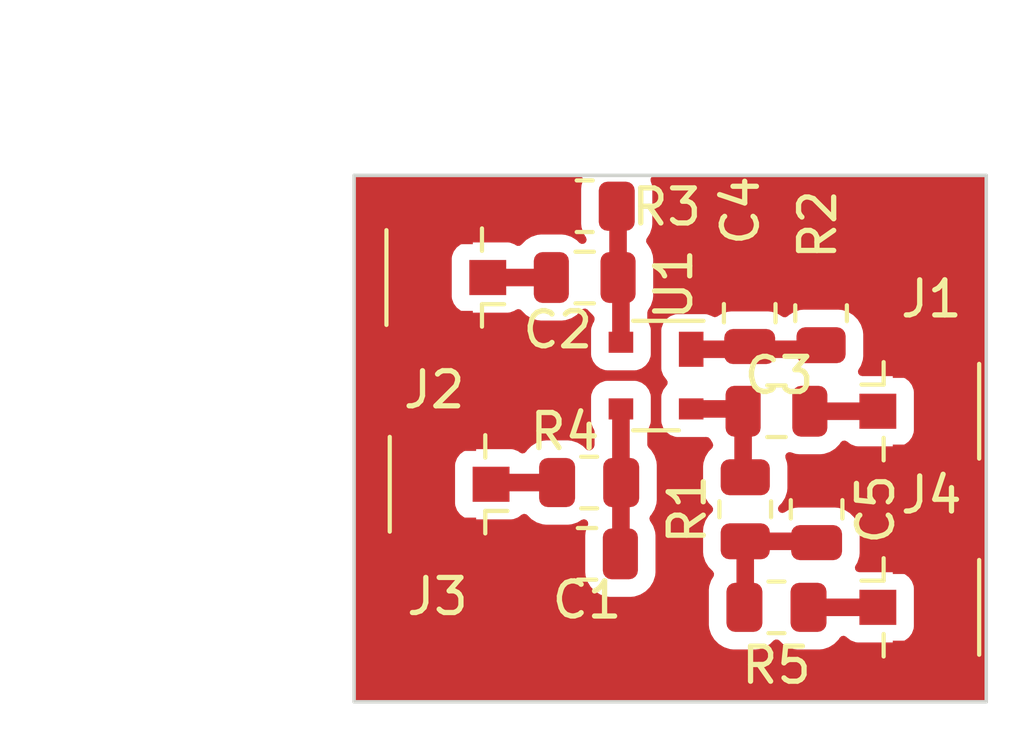
<source format=kicad_pcb>
(kicad_pcb (version 20221018) (generator pcbnew)
  (layers (0 "F.Cu" signal) (31 "B.Cu" signal) (34 "B.Paste" user) (35 "F.Paste" user) (36 "B.SilkS" user "B.Silkscreen") (37 "F.SilkS" user "F.Silkscreen") (38 "B.Mask" user) (39 "F.Mask" user) (44 "Edge.Cuts" user))
  (net 0 "")
  (net 1 "Earth")
  (net 2 "Net-(U1-G2)")
  (net 3 "/IN")
  (net 4 "Net-(U1-G1)")
  (net 5 "Net-(U1-D)")
  (net 6 "/OUT")
  (net 7 "Net-(U1-S)")
  (net 8 "Net-(C5-Pad2)")
  (net 9 "/AGC")
  (net 10 "/+5V")
  (footprint "Connector_Coaxial:U.FL_Hirose_U.FL-R-SMT-1_Vertical" (layer "F.Cu") (at 84.963 51.308)
    (fp_text reference "J4" (at 0.475 -3.2) (layer "F.SilkS"))
    (fp_text value "Conn_Coaxial")
    (fp_line (start -0.885 -1.4) (end -0.885 -0.76) (stroke (width 0.12)) (layer "F.SilkS"))
    (fp_line (start -0.885 -0.76) (end -1.515 -0.76) (stroke (width 0.12)) (layer "F.SilkS"))
    (fp_line (start -0.885 1.4) (end -0.885 0.76) (stroke (width 0.12)) (layer "F.SilkS"))
    (fp_line (start 1.835 -1.35) (end 1.835 1.35) (stroke (width 0.12)) (layer "F.SilkS"))
    (pad "1" smd rect (at -1.05 0) (size 1.05 1) (layers "F.Cu" "F.Paste" "F.Mask") (net 10 "/+5V"))
    (pad "2" smd rect (at 0.475 -1.475) (size 2.2 1.05) (layers "F.Cu" "F.Paste" "F.Mask") (net 1 "Earth"))
    (pad "2" smd rect (at 0.475 1.475) (size 2.2 1.05) (layers "F.Cu" "F.Paste" "F.Mask") (net 1 "Earth"))
  )
  (footprint "Connector_Coaxial:U.FL_Hirose_U.FL-R-SMT-1_Vertical" (layer "F.Cu") (at 84.963 45.72)
    (fp_text reference "J1" (at 0.475 -3.2) (layer "F.SilkS"))
    (fp_text value "Conn_Coaxial" hide)
    (fp_line (start -0.885 -1.4) (end -0.885 -0.76) (stroke (width 0.12)) (layer "F.SilkS"))
    (fp_line (start -0.885 -0.76) (end -1.515 -0.76) (stroke (width 0.12)) (layer "F.SilkS"))
    (fp_line (start -0.885 1.4) (end -0.885 0.76) (stroke (width 0.12)) (layer "F.SilkS"))
    (fp_line (start 1.835 -1.35) (end 1.835 1.35) (stroke (width 0.12)) (layer "F.SilkS"))
    (pad "1" smd rect (at -1.05 0) (size 1.05 1) (layers "F.Cu" "F.Paste" "F.Mask") (net 6 "/OUT"))
    (pad "2" smd rect (at 0.475 -1.475) (size 2.2 1.05) (layers "F.Cu" "F.Paste" "F.Mask") (net 1 "Earth"))
    (pad "2" smd rect (at 0.475 1.475) (size 2.2 1.05) (layers "F.Cu" "F.Paste" "F.Mask") (net 1 "Earth"))
  )
  (footprint "Resistor_SMD:R_0805_2012Metric" (layer "F.Cu") (at 81.026 51.308 180)
    (fp_text reference "R5" (at 0 -1.65) (layer "F.SilkS"))
    (fp_text value "510")
    (fp_line (start -0.227064 -0.735) (end 0.227064 -0.735) (stroke (width 0.12)) (layer "F.SilkS"))
    (fp_line (start -0.227064 0.735) (end 0.227064 0.735) (stroke (width 0.12)) (layer "F.SilkS"))
    (pad "1" smd roundrect (at -0.9125 0 180) (size 1.025 1.4) (layers "F.Cu" "F.Paste" "F.Mask") (roundrect_rratio 0.243902439) (net 10 "/+5V"))
    (pad "2" smd roundrect (at 0.9125 0 180) (size 1.025 1.4) (layers "F.Cu" "F.Paste" "F.Mask") (roundrect_rratio 0.243902439) (net 8 "Net-(C5-Pad2)"))
  )
  (footprint "Package_TO_SOT_SMD:SOT-143R" (layer "F.Cu") (at 77.597 44.704 -90)
    (fp_text reference "U1" (at -2.604 -0.503 90) (layer "F.SilkS"))
    (fp_text value "BF998R")
    (fp_line (start -1.56 -1.35) (end -1.56 0.65) (stroke (width 0.12)) (layer "F.SilkS"))
    (fp_line (start 1.56 0.65) (end 1.56 -0.65) (stroke (width 0.12)) (layer "F.SilkS"))
    (pad "1" smd rect (at -0.75 -1 180) (size 0.7 1) (layers "F.Cu" "F.Paste" "F.Mask") (net 7 "Net-(U1-S)"))
    (pad "2" smd rect (at 0.95 -1 180) (size 0.7 0.6) (layers "F.Cu" "F.Paste" "F.Mask") (net 5 "Net-(U1-D)"))
    (pad "3" smd rect (at 0.95 1 180) (size 0.7 0.6) (layers "F.Cu" "F.Paste" "F.Mask") (net 2 "Net-(U1-G2)"))
    (pad "4" smd rect (at -0.95 1 180) (size 0.7 0.6) (layers "F.Cu" "F.Paste" "F.Mask") (net 4 "Net-(U1-G1)"))
  )
  (footprint "Resistor_SMD:R_0805_2012Metric" (layer "F.Cu") (at 82.296 42.926 90)
    (fp_text reference "R2" (at 2.526 -0.096 90) (layer "F.SilkS"))
    (fp_text value "221")
    (fp_line (start -0.227064 -0.735) (end 0.227064 -0.735) (stroke (width 0.12)) (layer "F.SilkS"))
    (fp_line (start -0.227064 0.735) (end 0.227064 0.735) (stroke (width 0.12)) (layer "F.SilkS"))
    (pad "1" smd roundrect (at -0.9125 0 90) (size 1.025 1.4) (layers "F.Cu" "F.Paste" "F.Mask") (roundrect_rratio 0.243902439) (net 7 "Net-(U1-S)"))
    (pad "2" smd roundrect (at 0.9125 0 90) (size 1.025 1.4) (layers "F.Cu" "F.Paste" "F.Mask") (roundrect_rratio 0.243902439) (net 1 "Earth"))
  )
  (footprint "Connector_Coaxial:U.FL_Hirose_U.FL-R-SMT-1_Vertical" (layer "F.Cu") (at 71.755 41.91 180)
    (fp_text reference "J2" (at 0.475 -3.2) (layer "F.SilkS"))
    (fp_text value "Conn_Coaxial" hide)
    (fp_line (start -0.885 -1.4) (end -0.885 -0.76) (stroke (width 0.12)) (layer "F.SilkS"))
    (fp_line (start -0.885 -0.76) (end -1.515 -0.76) (stroke (width 0.12)) (layer "F.SilkS"))
    (fp_line (start -0.885 1.4) (end -0.885 0.76) (stroke (width 0.12)) (layer "F.SilkS"))
    (fp_line (start 1.835 -1.35) (end 1.835 1.35) (stroke (width 0.12)) (layer "F.SilkS"))
    (pad "1" smd rect (at -1.05 0 180) (size 1.05 1) (layers "F.Cu" "F.Paste" "F.Mask") (net 3 "/IN"))
    (pad "2" smd rect (at 0.475 -1.475 180) (size 2.2 1.05) (layers "F.Cu" "F.Paste" "F.Mask") (net 1 "Earth"))
    (pad "2" smd rect (at 0.475 1.475 180) (size 2.2 1.05) (layers "F.Cu" "F.Paste" "F.Mask") (net 1 "Earth"))
  )
  (footprint "Resistor_SMD:R_0805_2012Metric" (layer "F.Cu") (at 75.565 39.878 180)
    (fp_text reference "R3" (at -2.335 -0.022) (layer "F.SilkS"))
    (fp_text value "472")
    (fp_line (start -0.227064 -0.735) (end 0.227064 -0.735) (stroke (width 0.12)) (layer "F.SilkS"))
    (fp_line (start -0.227064 0.735) (end 0.227064 0.735) (stroke (width 0.12)) (layer "F.SilkS"))
    (pad "1" smd roundrect (at -0.9125 0 180) (size 1.025 1.4) (layers "F.Cu" "F.Paste" "F.Mask") (roundrect_rratio 0.243902439) (net 4 "Net-(U1-G1)"))
    (pad "2" smd roundrect (at 0.9125 0 180) (size 1.025 1.4) (layers "F.Cu" "F.Paste" "F.Mask") (roundrect_rratio 0.243902439) (net 1 "Earth"))
  )
  (footprint "Capacitor_SMD:C_0805_2012Metric" (layer "F.Cu") (at 75.631 49.784)
    (fp_text reference "C1" (at 0 1.316) (layer "F.SilkS"))
    (fp_text value "104")
    (fp_line (start -0.261252 -0.735) (end 0.261252 -0.735) (stroke (width 0.12)) (layer "F.SilkS"))
    (fp_line (start -0.261252 0.735) (end 0.261252 0.735) (stroke (width 0.12)) (layer "F.SilkS"))
    (pad "1" smd roundrect (at -0.95 0) (size 1 1.45) (layers "F.Cu" "F.Paste" "F.Mask") (net 1 "Earth"))
    (pad "2" smd roundrect (at 0.95 0) (size 1 1.45) (layers "F.Cu" "F.Paste" "F.Mask") (net 2 "Net-(U1-G2)"))
  )
  (footprint "Capacitor_SMD:C_0805_2012Metric" (layer "F.Cu") (at 81.026 45.72)
    (fp_text reference "C3" (at 0.074 -1.02) (layer "F.SilkS"))
    (fp_text value "106")
    (fp_line (start -0.261252 -0.735) (end 0.261252 -0.735) (stroke (width 0.12)) (layer "F.SilkS"))
    (fp_line (start -0.261252 0.735) (end 0.261252 0.735) (stroke (width 0.12)) (layer "F.SilkS"))
    (pad "1" smd roundrect (at -0.95 0) (size 1 1.45) (layers "F.Cu" "F.Paste" "F.Mask") (net 5 "Net-(U1-D)"))
    (pad "2" smd roundrect (at 0.95 0) (size 1 1.45) (layers "F.Cu" "F.Paste" "F.Mask") (net 6 "/OUT"))
  )
  (footprint "Resistor_SMD:R_0805_2012Metric" (layer "F.Cu") (at 80.137 48.514 90)
    (fp_text reference "R1" (at 0 -1.65 90) (layer "F.SilkS"))
    (fp_text value "821")
    (fp_line (start -0.227064 -0.735) (end 0.227064 -0.735) (stroke (width 0.12)) (layer "F.SilkS"))
    (fp_line (start -0.227064 0.735) (end 0.227064 0.735) (stroke (width 0.12)) (layer "F.SilkS"))
    (pad "1" smd roundrect (at -0.9125 0 90) (size 1.025 1.4) (layers "F.Cu" "F.Paste" "F.Mask") (roundrect_rratio 0.243902439) (net 8 "Net-(C5-Pad2)"))
    (pad "2" smd roundrect (at 0.9125 0 90) (size 1.025 1.4) (layers "F.Cu" "F.Paste" "F.Mask") (roundrect_rratio 0.243902439) (net 5 "Net-(U1-D)"))
  )
  (footprint "Resistor_SMD:R_0805_2012Metric" (layer "F.Cu") (at 75.692 47.752)
    (fp_text reference "R4" (at -0.692 -1.452) (layer "F.SilkS"))
    (fp_text value "103")
    (fp_line (start -0.227064 -0.735) (end 0.227064 -0.735) (stroke (width 0.12)) (layer "F.SilkS"))
    (fp_line (start -0.227064 0.735) (end 0.227064 0.735) (stroke (width 0.12)) (layer "F.SilkS"))
    (pad "1" smd roundrect (at -0.9125 0) (size 1.025 1.4) (layers "F.Cu" "F.Paste" "F.Mask") (roundrect_rratio 0.243902439) (net 9 "/AGC"))
    (pad "2" smd roundrect (at 0.9125 0) (size 1.025 1.4) (layers "F.Cu" "F.Paste" "F.Mask") (roundrect_rratio 0.243902439) (net 2 "Net-(U1-G2)"))
  )
  (footprint "Capacitor_SMD:C_0805_2012Metric" (layer "F.Cu") (at 75.565 41.91)
    (fp_text reference "C2" (at -0.765 1.49) (layer "F.SilkS"))
    (fp_text value "105")
    (fp_line (start -0.261252 -0.735) (end 0.261252 -0.735) (stroke (width 0.12)) (layer "F.SilkS"))
    (fp_line (start -0.261252 0.735) (end 0.261252 0.735) (stroke (width 0.12)) (layer "F.SilkS"))
    (pad "1" smd roundrect (at -0.95 0) (size 1 1.45) (layers "F.Cu" "F.Paste" "F.Mask") (net 3 "/IN"))
    (pad "2" smd roundrect (at 0.95 0) (size 1 1.45) (layers "F.Cu" "F.Paste" "F.Mask") (net 4 "Net-(U1-G1)"))
  )
  (footprint "Capacitor_SMD:C_0805_2012Metric" (layer "F.Cu") (at 80.264 42.926 -90)
    (fp_text reference "C4" (at -2.926 0.264 90) (layer "F.SilkS"))
    (fp_text value "106")
    (fp_line (start -0.261252 -0.735) (end 0.261252 -0.735) (stroke (width 0.12)) (layer "F.SilkS"))
    (fp_line (start -0.261252 0.735) (end 0.261252 0.735) (stroke (width 0.12)) (layer "F.SilkS"))
    (pad "1" smd roundrect (at -0.95 0 270) (size 1 1.45) (layers "F.Cu" "F.Paste" "F.Mask") (net 1 "Earth"))
    (pad "2" smd roundrect (at 0.95 0 270) (size 1 1.45) (layers "F.Cu" "F.Paste" "F.Mask") (net 7 "Net-(U1-S)"))
  )
  (footprint "Connector_Coaxial:U.FL_Hirose_U.FL-R-SMT-1_Vertical" (layer "F.Cu") (at 71.849 47.801 180)
    (fp_text reference "J3" (at 0.475 -3.2) (layer "F.SilkS"))
    (fp_text value "Conn_Coaxial" hide)
    (fp_line (start -0.885 -1.4) (end -0.885 -0.76) (stroke (width 0.12)) (layer "F.SilkS"))
    (fp_line (start -0.885 -0.76) (end -1.515 -0.76) (stroke (width 0.12)) (layer "F.SilkS"))
    (fp_line (start -0.885 1.4) (end -0.885 0.76) (stroke (width 0.12)) (layer "F.SilkS"))
    (fp_line (start 1.835 -1.35) (end 1.835 1.35) (stroke (width 0.12)) (layer "F.SilkS"))
    (pad "1" smd rect (at -1.05 0 180) (size 1.05 1) (layers "F.Cu" "F.Paste" "F.Mask") (net 9 "/AGC"))
    (pad "2" smd rect (at 0.475 -1.475 180) (size 2.2 1.05) (layers "F.Cu" "F.Paste" "F.Mask") (net 1 "Earth"))
    (pad "2" smd rect (at 0.475 1.475 180) (size 2.2 1.05) (layers "F.Cu" "F.Paste" "F.Mask") (net 1 "Earth"))
  )
  (footprint "Capacitor_SMD:C_0805_2012Metric" (layer "F.Cu") (at 82.169 48.514 -90)
    (fp_text reference "C5" (at 0 -1.68 90) (layer "F.SilkS"))
    (fp_text value "106")
    (fp_line (start -0.261252 -0.735) (end 0.261252 -0.735) (stroke (width 0.12)) (layer "F.SilkS"))
    (fp_line (start -0.261252 0.735) (end 0.261252 0.735) (stroke (width 0.12)) (layer "F.SilkS"))
    (pad "1" smd roundrect (at -0.95 0 270) (size 1 1.45) (layers "F.Cu" "F.Paste" "F.Mask") (net 1 "Earth"))
    (pad "2" smd roundrect (at 0.95 0 270) (size 1 1.45) (layers "F.Cu" "F.Paste" "F.Mask") (net 8 "Net-(C5-Pad2)"))
  )
  (gr_line (start 87 39) (end 87 54) (stroke (width 0.1)) (layer "Edge.Cuts"))
  (gr_line (start 69 54) (end 69 39) (stroke (width 0.1)) (layer "Edge.Cuts"))
  (gr_line (start 69 39) (end 87 39) (stroke (width 0.1)) (layer "Edge.Cuts"))
  (gr_line (start 87 54) (end 69 54) (stroke (width 0.1)) (layer "Edge.Cuts"))
  (segment (start 76.597 45.654) (end 76.597 49.768) (width 0.5) (layer "F.Cu") (net 2))
  (segment (start 76.597 49.768) (end 76.581 49.784) (width 0.5) (layer "F.Cu") (net 2))
  (segment (start 72.805 41.91) (end 74.615 41.91) (width 0.5) (layer "F.Cu") (net 3))
  (segment (start 76.597 41.992) (end 76.515 41.91) (width 0.5) (layer "F.Cu") (net 4))
  (segment (start 76.515 39.9155) (end 76.4775 39.878) (width 0.5) (layer "F.Cu") (net 4))
  (segment (start 76.515 41.91) (end 76.515 39.9155) (width 0.5) (layer "F.Cu") (net 4))
  (segment (start 76.597 43.754) (end 76.597 41.992) (width 0.5) (layer "F.Cu") (net 4))
  (segment (start 80.01 45.654) (end 80.076 45.72) (width 0.5) (layer "F.Cu") (net 5))
  (segment (start 78.597 45.654) (end 80.01 45.654) (width 0.5) (layer "F.Cu") (net 5))
  (segment (start 80.076 47.5405) (end 80.137 47.6015) (width 0.5) (layer "F.Cu") (net 5))
  (segment (start 80.076 45.72) (end 80.076 47.5405) (width 0.5) (layer "F.Cu") (net 5))
  (segment (start 83.913 45.72) (end 81.976 45.72) (width 0.5) (layer "F.Cu") (net 6))
  (segment (start 82.1805 43.954) (end 82.296 43.8385) (width 0.5) (layer "F.Cu") (net 7))
  (segment (start 78.597 43.954) (end 82.1805 43.954) (width 0.5) (layer "F.Cu") (net 7))
  (segment (start 82.1315 49.4265) (end 82.169 49.464) (width 0.5) (layer "F.Cu") (net 8))
  (segment (start 80.137 49.4265) (end 82.1315 49.4265) (width 0.5) (layer "F.Cu") (net 8))
  (segment (start 80.137 49.4265) (end 80.137 51.2845) (width 0.5) (layer "F.Cu") (net 8))
  (segment (start 80.137 51.2845) (end 80.1135 51.308) (width 0.5) (layer "F.Cu") (net 8))
  (segment (start 72.948 47.752) (end 72.899 47.801) (width 0.5) (layer "F.Cu") (net 9))
  (segment (start 74.7795 47.752) (end 72.948 47.752) (width 0.5) (layer "F.Cu") (net 9))
  (segment (start 81.9385 51.308) (end 83.913 51.308) (width 0.5) (layer "F.Cu") (net 10))
  (zone (net 1) (net_name "Earth") (layer "F.Cu") (connect_pads yes (clearance 0.5)) (min_thickness 0.25) (fill yes (thermal_gap 0.5) (thermal_bridge_width 0.5))
    (polygon (pts (xy 69 39) (xy 87 39) (xy 87 54) (xy 69 54)))
  )
)
</source>
